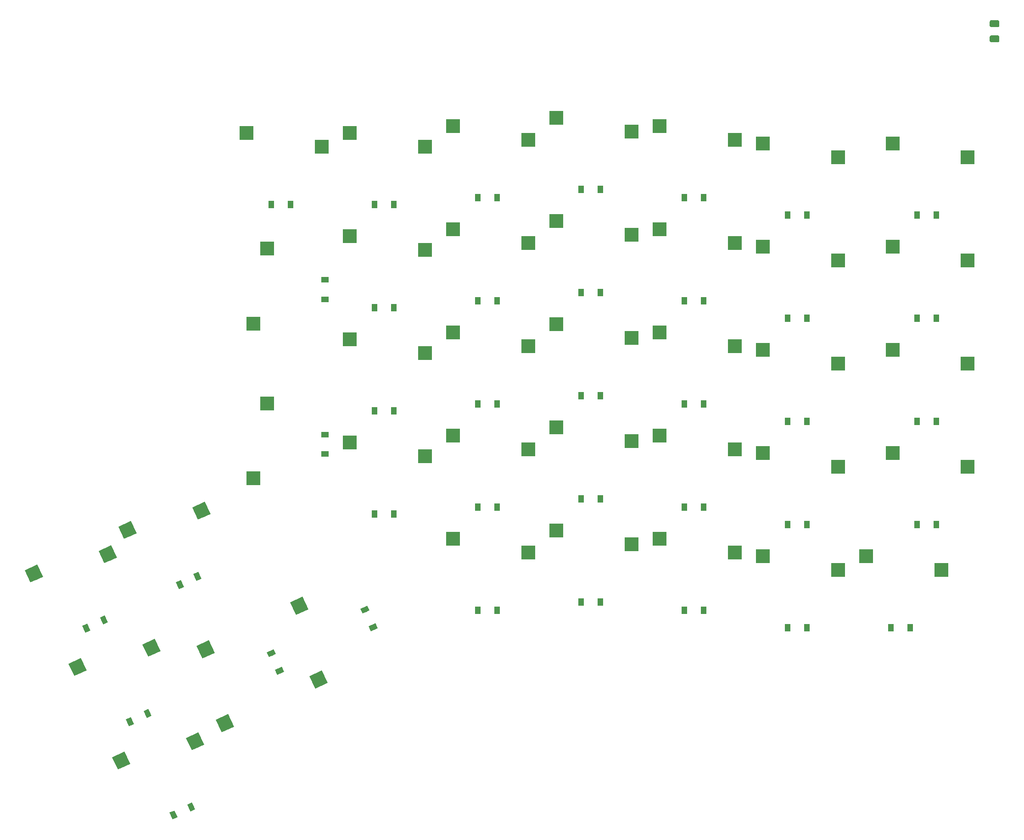
<source format=gbr>
G04 #@! TF.GenerationSoftware,KiCad,Pcbnew,(5.1.4)-1*
G04 #@! TF.CreationDate,2019-09-12T01:17:16+08:00*
G04 #@! TF.ProjectId,ErgoDoxTW,4572676f-446f-4785-9457-2e6b69636164,rev?*
G04 #@! TF.SameCoordinates,Original*
G04 #@! TF.FileFunction,Paste,Top*
G04 #@! TF.FilePolarity,Positive*
%FSLAX46Y46*%
G04 Gerber Fmt 4.6, Leading zero omitted, Abs format (unit mm)*
G04 Created by KiCad (PCBNEW (5.1.4)-1) date 2019-09-12 01:17:16*
%MOMM*%
%LPD*%
G04 APERTURE LIST*
%ADD10R,1.000000X1.400000*%
%ADD11R,2.550000X2.500000*%
%ADD12C,1.000000*%
%ADD13C,0.150000*%
%ADD14C,2.500000*%
%ADD15R,1.400000X1.000000*%
%ADD16R,2.500000X2.550000*%
%ADD17C,1.250000*%
G04 APERTURE END LIST*
D10*
X189720000Y-113231000D03*
X193320000Y-113231000D03*
D11*
X199080000Y-102563000D03*
X185230000Y-100023000D03*
D10*
X189720000Y-94180700D03*
X193320000Y-94180700D03*
D11*
X199080000Y-83512700D03*
X185230000Y-80972700D03*
D10*
X189720000Y-132281000D03*
X193320000Y-132281000D03*
D11*
X199080000Y-121613000D03*
X185230000Y-119073000D03*
D10*
X189720000Y-75133200D03*
X193320000Y-75133200D03*
D11*
X199080000Y-64465200D03*
X185230000Y-61925200D03*
D12*
X53766987Y-143346183D03*
D13*
G36*
X53609666Y-144191908D02*
G01*
X53018000Y-142923077D01*
X53924308Y-142500458D01*
X54515974Y-143769289D01*
X53609666Y-144191908D01*
X53609666Y-144191908D01*
G37*
D12*
X57029695Y-141824757D03*
D13*
G36*
X56872374Y-142670482D02*
G01*
X56280708Y-141401651D01*
X57187016Y-140979032D01*
X57778682Y-142247863D01*
X56872374Y-142670482D01*
X56872374Y-142670482D01*
G37*
D14*
X57741536Y-129721984D03*
D13*
G36*
X57114266Y-131393707D02*
G01*
X56057721Y-129127938D01*
X58368806Y-128050261D01*
X59425351Y-130316030D01*
X57114266Y-131393707D01*
X57114266Y-131393707D01*
G37*
D14*
X44115723Y-133273225D03*
D13*
G36*
X43488453Y-134944948D02*
G01*
X42431908Y-132679179D01*
X44742993Y-131601502D01*
X45799538Y-133867271D01*
X43488453Y-134944948D01*
X43488453Y-134944948D01*
G37*
D10*
X89640000Y-130376000D03*
X93240000Y-130376000D03*
D11*
X99000000Y-119708000D03*
X85150000Y-117168000D03*
D10*
X127740000Y-70358000D03*
X131340000Y-70358000D03*
D11*
X137100000Y-59690000D03*
X123250000Y-57150000D03*
D10*
X89640000Y-73228200D03*
X93240000Y-73228200D03*
D11*
X99000000Y-62560200D03*
X85150000Y-60020200D03*
D10*
X108690000Y-91005700D03*
X112290000Y-91005700D03*
D11*
X118050000Y-80337700D03*
X104200000Y-77797700D03*
D10*
X127740000Y-89408000D03*
X131340000Y-89408000D03*
D11*
X137100000Y-78740000D03*
X123250000Y-76200000D03*
D10*
X89640000Y-92275700D03*
X93240000Y-92275700D03*
D11*
X99000000Y-81607700D03*
X85150000Y-79067700D03*
D15*
X80518000Y-90710200D03*
X80518000Y-87110200D03*
D16*
X69850000Y-81350200D03*
X67310000Y-95200200D03*
D10*
X108690000Y-71955700D03*
X112290000Y-71955700D03*
D11*
X118050000Y-61287700D03*
X104200000Y-58747700D03*
D10*
X165840000Y-75133200D03*
X169440000Y-75133200D03*
D11*
X175200000Y-64465200D03*
X161350000Y-61925200D03*
D10*
X146790000Y-71955700D03*
X150390000Y-71955700D03*
D11*
X156150000Y-61287700D03*
X142300000Y-58747700D03*
D10*
X165840000Y-94180700D03*
X169440000Y-94180700D03*
D11*
X175200000Y-83512700D03*
X161350000Y-80972700D03*
D10*
X146790000Y-91005700D03*
X150390000Y-91005700D03*
D11*
X156150000Y-80337700D03*
X142300000Y-77797700D03*
D10*
X165840000Y-113231000D03*
X169440000Y-113231000D03*
D11*
X175200000Y-102563000D03*
X161350000Y-100023000D03*
D10*
X146790000Y-110056000D03*
X150390000Y-110056000D03*
D11*
X156150000Y-99388000D03*
X142300000Y-96848000D03*
D10*
X127740000Y-108458000D03*
X131340000Y-108458000D03*
D11*
X137100000Y-97790000D03*
X123250000Y-95250000D03*
D10*
X108690000Y-110056000D03*
X112290000Y-110056000D03*
D11*
X118050000Y-99388000D03*
X104200000Y-96848000D03*
D10*
X89640000Y-111326000D03*
X93240000Y-111326000D03*
D11*
X99000000Y-100658000D03*
X85150000Y-98118000D03*
D10*
X165840000Y-132281000D03*
X169440000Y-132281000D03*
D11*
X175200000Y-121613000D03*
X161350000Y-119073000D03*
D10*
X146790000Y-129106000D03*
X150390000Y-129106000D03*
D11*
X156150000Y-118438000D03*
X142300000Y-115898000D03*
D10*
X127740000Y-127508000D03*
X131340000Y-127508000D03*
D11*
X137100000Y-116840000D03*
X123250000Y-114300000D03*
D10*
X108690000Y-129106000D03*
X112290000Y-129106000D03*
D11*
X118050000Y-118438000D03*
X104200000Y-115898000D03*
D15*
X80518000Y-119285000D03*
X80518000Y-115685000D03*
D16*
X69850000Y-109925000D03*
X67310000Y-123775000D03*
D10*
X184890000Y-151331000D03*
X188490000Y-151331000D03*
D11*
X194250000Y-140663000D03*
X180400000Y-138123000D03*
D10*
X165840000Y-151331000D03*
X169440000Y-151331000D03*
D11*
X175200000Y-140663000D03*
X161350000Y-138123000D03*
D10*
X146790000Y-148156000D03*
X150390000Y-148156000D03*
D11*
X156150000Y-137488000D03*
X142300000Y-134948000D03*
D10*
X127740000Y-146558000D03*
X131340000Y-146558000D03*
D11*
X137100000Y-135890000D03*
X123250000Y-133350000D03*
D10*
X108690000Y-148156000D03*
X112290000Y-148156000D03*
D11*
X118050000Y-137488000D03*
X104200000Y-134948000D03*
D12*
X52603687Y-185927183D03*
D13*
G36*
X52446366Y-186772908D02*
G01*
X51854700Y-185504077D01*
X52761008Y-185081458D01*
X53352674Y-186350289D01*
X52446366Y-186772908D01*
X52446366Y-186772908D01*
G37*
D12*
X55866395Y-184405757D03*
D13*
G36*
X55709074Y-185251482D02*
G01*
X55117408Y-183982651D01*
X56023716Y-183560032D01*
X56615382Y-184828863D01*
X55709074Y-185251482D01*
X55709074Y-185251482D01*
G37*
D14*
X56578236Y-172302984D03*
D13*
G36*
X55950966Y-173974707D02*
G01*
X54894421Y-171708938D01*
X57205506Y-170631261D01*
X58262051Y-172897030D01*
X55950966Y-173974707D01*
X55950966Y-173974707D01*
G37*
D14*
X42952423Y-175854225D03*
D13*
G36*
X42325153Y-177525948D02*
G01*
X41268608Y-175260179D01*
X43579693Y-174182502D01*
X44636238Y-176448271D01*
X42325153Y-177525948D01*
X42325153Y-177525948D01*
G37*
D12*
X72165683Y-159313313D03*
D13*
G36*
X73011408Y-159470634D02*
G01*
X71742577Y-160062300D01*
X71319958Y-159155992D01*
X72588789Y-158564326D01*
X73011408Y-159470634D01*
X73011408Y-159470634D01*
G37*
D12*
X70644257Y-156050605D03*
D13*
G36*
X71489982Y-156207926D02*
G01*
X70221151Y-156799592D01*
X69798532Y-155893284D01*
X71067363Y-155301618D01*
X71489982Y-156207926D01*
X71489982Y-156207926D01*
G37*
D14*
X58541484Y-155338764D03*
D13*
G36*
X60213207Y-155966034D02*
G01*
X57947438Y-157022579D01*
X56869761Y-154711494D01*
X59135530Y-153654949D01*
X60213207Y-155966034D01*
X60213207Y-155966034D01*
G37*
D14*
X62092725Y-168964577D03*
D13*
G36*
X63764448Y-169591847D02*
G01*
X61498679Y-170648392D01*
X60421002Y-168337307D01*
X62686771Y-167280762D01*
X63764448Y-169591847D01*
X63764448Y-169591847D01*
G37*
D12*
X89430083Y-151261313D03*
D13*
G36*
X90275808Y-151418634D02*
G01*
X89006977Y-152010300D01*
X88584358Y-151103992D01*
X89853189Y-150512326D01*
X90275808Y-151418634D01*
X90275808Y-151418634D01*
G37*
D12*
X87908657Y-147998605D03*
D13*
G36*
X88754382Y-148155926D02*
G01*
X87485551Y-148747592D01*
X87062932Y-147841284D01*
X88331763Y-147249618D01*
X88754382Y-148155926D01*
X88754382Y-148155926D01*
G37*
D14*
X75805884Y-147286764D03*
D13*
G36*
X77477607Y-147914034D02*
G01*
X75211838Y-148970579D01*
X74134161Y-146659494D01*
X76399930Y-145602949D01*
X77477607Y-147914034D01*
X77477607Y-147914034D01*
G37*
D14*
X79357125Y-160912577D03*
D13*
G36*
X81028848Y-161539847D02*
G01*
X78763079Y-162596392D01*
X77685402Y-160285307D01*
X79951171Y-159228762D01*
X81028848Y-161539847D01*
X81028848Y-161539847D01*
G37*
D12*
X44551887Y-168660183D03*
D13*
G36*
X44394566Y-169505908D02*
G01*
X43802900Y-168237077D01*
X44709208Y-167814458D01*
X45300874Y-169083289D01*
X44394566Y-169505908D01*
X44394566Y-169505908D01*
G37*
D12*
X47814595Y-167138757D03*
D13*
G36*
X47657274Y-167984482D02*
G01*
X47065608Y-166715651D01*
X47971916Y-166293032D01*
X48563582Y-167561863D01*
X47657274Y-167984482D01*
X47657274Y-167984482D01*
G37*
D14*
X48526436Y-155035984D03*
D13*
G36*
X47899166Y-156707707D02*
G01*
X46842621Y-154441938D01*
X49153706Y-153364261D01*
X50210251Y-155630030D01*
X47899166Y-156707707D01*
X47899166Y-156707707D01*
G37*
D14*
X34900623Y-158587225D03*
D13*
G36*
X34273353Y-160258948D02*
G01*
X33216808Y-157993179D01*
X35527893Y-156915502D01*
X36584438Y-159181271D01*
X34273353Y-160258948D01*
X34273353Y-160258948D01*
G37*
D12*
X36502587Y-151396183D03*
D13*
G36*
X36345266Y-152241908D02*
G01*
X35753600Y-150973077D01*
X36659908Y-150550458D01*
X37251574Y-151819289D01*
X36345266Y-152241908D01*
X36345266Y-152241908D01*
G37*
D12*
X39765295Y-149874757D03*
D13*
G36*
X39607974Y-150720482D02*
G01*
X39016308Y-149451651D01*
X39922616Y-149029032D01*
X40514282Y-150297863D01*
X39607974Y-150720482D01*
X39607974Y-150720482D01*
G37*
D14*
X40477136Y-137771984D03*
D13*
G36*
X39849866Y-139443707D02*
G01*
X38793321Y-137177938D01*
X41104406Y-136100261D01*
X42160951Y-138366030D01*
X39849866Y-139443707D01*
X39849866Y-139443707D01*
G37*
D14*
X26851323Y-141323225D03*
D13*
G36*
X26224053Y-142994948D02*
G01*
X25167508Y-140729179D01*
X27478593Y-139651502D01*
X28535138Y-141917271D01*
X26224053Y-142994948D01*
X26224053Y-142994948D01*
G37*
D10*
X70590000Y-73228200D03*
X74190000Y-73228200D03*
D11*
X79950000Y-62560200D03*
X66100000Y-60020200D03*
D13*
G36*
X204700404Y-39178004D02*
G01*
X204724673Y-39181604D01*
X204748471Y-39187565D01*
X204771571Y-39195830D01*
X204793749Y-39206320D01*
X204814793Y-39218933D01*
X204834498Y-39233547D01*
X204852677Y-39250023D01*
X204869153Y-39268202D01*
X204883767Y-39287907D01*
X204896380Y-39308951D01*
X204906870Y-39331129D01*
X204915135Y-39354229D01*
X204921096Y-39378027D01*
X204924696Y-39402296D01*
X204925900Y-39426800D01*
X204925900Y-40176800D01*
X204924696Y-40201304D01*
X204921096Y-40225573D01*
X204915135Y-40249371D01*
X204906870Y-40272471D01*
X204896380Y-40294649D01*
X204883767Y-40315693D01*
X204869153Y-40335398D01*
X204852677Y-40353577D01*
X204834498Y-40370053D01*
X204814793Y-40384667D01*
X204793749Y-40397280D01*
X204771571Y-40407770D01*
X204748471Y-40416035D01*
X204724673Y-40421996D01*
X204700404Y-40425596D01*
X204675900Y-40426800D01*
X203425900Y-40426800D01*
X203401396Y-40425596D01*
X203377127Y-40421996D01*
X203353329Y-40416035D01*
X203330229Y-40407770D01*
X203308051Y-40397280D01*
X203287007Y-40384667D01*
X203267302Y-40370053D01*
X203249123Y-40353577D01*
X203232647Y-40335398D01*
X203218033Y-40315693D01*
X203205420Y-40294649D01*
X203194930Y-40272471D01*
X203186665Y-40249371D01*
X203180704Y-40225573D01*
X203177104Y-40201304D01*
X203175900Y-40176800D01*
X203175900Y-39426800D01*
X203177104Y-39402296D01*
X203180704Y-39378027D01*
X203186665Y-39354229D01*
X203194930Y-39331129D01*
X203205420Y-39308951D01*
X203218033Y-39287907D01*
X203232647Y-39268202D01*
X203249123Y-39250023D01*
X203267302Y-39233547D01*
X203287007Y-39218933D01*
X203308051Y-39206320D01*
X203330229Y-39195830D01*
X203353329Y-39187565D01*
X203377127Y-39181604D01*
X203401396Y-39178004D01*
X203425900Y-39176800D01*
X204675900Y-39176800D01*
X204700404Y-39178004D01*
X204700404Y-39178004D01*
G37*
D17*
X204050900Y-39801800D03*
D13*
G36*
X204700404Y-41978004D02*
G01*
X204724673Y-41981604D01*
X204748471Y-41987565D01*
X204771571Y-41995830D01*
X204793749Y-42006320D01*
X204814793Y-42018933D01*
X204834498Y-42033547D01*
X204852677Y-42050023D01*
X204869153Y-42068202D01*
X204883767Y-42087907D01*
X204896380Y-42108951D01*
X204906870Y-42131129D01*
X204915135Y-42154229D01*
X204921096Y-42178027D01*
X204924696Y-42202296D01*
X204925900Y-42226800D01*
X204925900Y-42976800D01*
X204924696Y-43001304D01*
X204921096Y-43025573D01*
X204915135Y-43049371D01*
X204906870Y-43072471D01*
X204896380Y-43094649D01*
X204883767Y-43115693D01*
X204869153Y-43135398D01*
X204852677Y-43153577D01*
X204834498Y-43170053D01*
X204814793Y-43184667D01*
X204793749Y-43197280D01*
X204771571Y-43207770D01*
X204748471Y-43216035D01*
X204724673Y-43221996D01*
X204700404Y-43225596D01*
X204675900Y-43226800D01*
X203425900Y-43226800D01*
X203401396Y-43225596D01*
X203377127Y-43221996D01*
X203353329Y-43216035D01*
X203330229Y-43207770D01*
X203308051Y-43197280D01*
X203287007Y-43184667D01*
X203267302Y-43170053D01*
X203249123Y-43153577D01*
X203232647Y-43135398D01*
X203218033Y-43115693D01*
X203205420Y-43094649D01*
X203194930Y-43072471D01*
X203186665Y-43049371D01*
X203180704Y-43025573D01*
X203177104Y-43001304D01*
X203175900Y-42976800D01*
X203175900Y-42226800D01*
X203177104Y-42202296D01*
X203180704Y-42178027D01*
X203186665Y-42154229D01*
X203194930Y-42131129D01*
X203205420Y-42108951D01*
X203218033Y-42087907D01*
X203232647Y-42068202D01*
X203249123Y-42050023D01*
X203267302Y-42033547D01*
X203287007Y-42018933D01*
X203308051Y-42006320D01*
X203330229Y-41995830D01*
X203353329Y-41987565D01*
X203377127Y-41981604D01*
X203401396Y-41978004D01*
X203425900Y-41976800D01*
X204675900Y-41976800D01*
X204700404Y-41978004D01*
X204700404Y-41978004D01*
G37*
D17*
X204050900Y-42601800D03*
M02*

</source>
